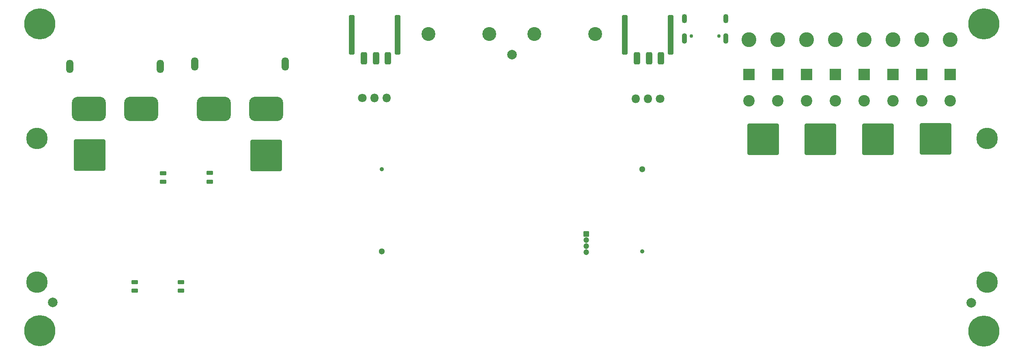
<source format=gbr>
%TF.GenerationSoftware,KiCad,Pcbnew,7.0.7*%
%TF.CreationDate,2024-04-13T02:06:32+02:00*%
%TF.ProjectId,smps_legged_robot,736d7073-5f6c-4656-9767-65645f726f62,1.0*%
%TF.SameCoordinates,PX7026f0PY568bc30*%
%TF.FileFunction,Soldermask,Bot*%
%TF.FilePolarity,Negative*%
%FSLAX46Y46*%
G04 Gerber Fmt 4.6, Leading zero omitted, Abs format (unit mm)*
G04 Created by KiCad (PCBNEW 7.0.7) date 2024-04-13 02:06:32*
%MOMM*%
%LPD*%
G01*
G04 APERTURE LIST*
G04 Aperture macros list*
%AMRoundRect*
0 Rectangle with rounded corners*
0 $1 Rounding radius*
0 $2 $3 $4 $5 $6 $7 $8 $9 X,Y pos of 4 corners*
0 Add a 4 corners polygon primitive as box body*
4,1,4,$2,$3,$4,$5,$6,$7,$8,$9,$2,$3,0*
0 Add four circle primitives for the rounded corners*
1,1,$1+$1,$2,$3*
1,1,$1+$1,$4,$5*
1,1,$1+$1,$6,$7*
1,1,$1+$1,$8,$9*
0 Add four rect primitives between the rounded corners*
20,1,$1+$1,$2,$3,$4,$5,0*
20,1,$1+$1,$4,$5,$6,$7,0*
20,1,$1+$1,$6,$7,$8,$9,0*
20,1,$1+$1,$8,$9,$2,$3,0*%
G04 Aperture macros list end*
%ADD10RoundRect,1.300000X2.250000X1.250000X-2.250000X1.250000X-2.250000X-1.250000X2.250000X-1.250000X0*%
%ADD11O,1.504000X2.804000*%
%ADD12RoundRect,0.375000X-2.925000X-2.925000X2.925000X-2.925000X2.925000X2.925000X-2.925000X2.925000X0*%
%ADD13C,3.100000*%
%ADD14RoundRect,0.050000X1.150000X1.150000X-1.150000X1.150000X-1.150000X-1.150000X1.150000X-1.150000X0*%
%ADD15C,2.400000*%
%ADD16C,0.800000*%
%ADD17C,4.500000*%
%ADD18C,0.900000*%
%ADD19C,6.500000*%
%ADD20C,1.800000*%
%ADD21O,1.800000X1.800000*%
%ADD22RoundRect,0.050000X0.550000X-0.550000X0.550000X0.550000X-0.550000X0.550000X-0.550000X-0.550000X0*%
%ADD23C,1.200000*%
%ADD24C,2.900000*%
%ADD25C,1.300000*%
%ADD26C,0.750000*%
%ADD27O,1.100000X2.200000*%
%ADD28O,1.100000X1.900000*%
%ADD29RoundRect,0.360000X-0.310000X-0.940000X0.310000X-0.940000X0.310000X0.940000X-0.310000X0.940000X0*%
%ADD30RoundRect,0.325000X-0.275000X-3.825000X0.275000X-3.825000X0.275000X3.825000X-0.275000X3.825000X0*%
%ADD31C,2.000000*%
%ADD32RoundRect,0.237500X-0.462500X0.187500X-0.462500X-0.187500X0.462500X-0.187500X0.462500X0.187500X0*%
G04 APERTURE END LIST*
D10*
%TO.C,J502*%
X65500000Y16600000D03*
X54600000Y16600000D03*
D11*
X50600000Y25500000D03*
X69500000Y25500000D03*
%TD*%
D12*
%TO.C,J304*%
X219300000Y10250000D03*
%TD*%
D13*
%TO.C,Molex_602*%
X228400000Y31100000D03*
D14*
X228400000Y23800000D03*
D15*
X228400000Y18300000D03*
%TD*%
D16*
%TO.C,H2101*%
X240410000Y10390000D03*
X240893274Y11556726D03*
X240893274Y9223274D03*
X242060000Y12040000D03*
D17*
X242060000Y10390000D03*
D16*
X242060000Y8740000D03*
X243226726Y11556726D03*
X243226726Y9223274D03*
X243710000Y10390000D03*
%TD*%
D18*
%TO.C,H2201*%
X42010000Y34340000D03*
X42712944Y36037056D03*
X42712944Y32642944D03*
X44410000Y36740000D03*
D19*
X44410000Y34340000D03*
D18*
X44410000Y31940000D03*
X46107056Y36037056D03*
X46107056Y32642944D03*
X46810000Y34340000D03*
%TD*%
D16*
%TO.C,H2103*%
X42110000Y10390000D03*
X42593274Y11556726D03*
X42593274Y9223274D03*
X43760000Y12040000D03*
D17*
X43760000Y10390000D03*
D16*
X43760000Y8740000D03*
X44926726Y11556726D03*
X44926726Y9223274D03*
X45410000Y10390000D03*
%TD*%
%TO.C,H2104*%
X42110000Y-19610000D03*
X42593274Y-18443274D03*
X42593274Y-20776726D03*
X43760000Y-17960000D03*
D17*
X43760000Y-19610000D03*
D16*
X43760000Y-21260000D03*
X44926726Y-18443274D03*
X44926726Y-20776726D03*
X45410000Y-19610000D03*
%TD*%
D18*
%TO.C,H2204*%
X239010000Y34340000D03*
X239712944Y36037056D03*
X239712944Y32642944D03*
X241410000Y36740000D03*
D19*
X241410000Y34340000D03*
D18*
X241410000Y31940000D03*
X243107056Y36037056D03*
X243107056Y32642944D03*
X243810000Y34340000D03*
%TD*%
D13*
%TO.C,Molex_604*%
X192400000Y31100000D03*
D14*
X192400000Y23800000D03*
D15*
X192400000Y18300000D03*
%TD*%
D10*
%TO.C,J501*%
X80700000Y16600000D03*
X91600000Y16600000D03*
D11*
X95600000Y26000000D03*
X76700000Y26000000D03*
%TD*%
D16*
%TO.C,H2102*%
X240410000Y-19610000D03*
X240893274Y-18443274D03*
X240893274Y-20776726D03*
X242060000Y-17960000D03*
D17*
X242060000Y-19610000D03*
D16*
X242060000Y-21260000D03*
X243226726Y-18443274D03*
X243226726Y-20776726D03*
X243710000Y-19610000D03*
%TD*%
D20*
%TO.C,J1109*%
X111705000Y18860000D03*
D21*
X114245000Y18860000D03*
X116785000Y18860000D03*
%TD*%
D20*
%TO.C,J1110*%
X173790000Y18746017D03*
D21*
X171250000Y18746017D03*
X168710000Y18746017D03*
%TD*%
D22*
%TO.C,J1701*%
X158445000Y-9605000D03*
D23*
X158445000Y-10855000D03*
X158445000Y-12105000D03*
X158445000Y-13355000D03*
%TD*%
D13*
%TO.C,Molex_601*%
X234400000Y31100000D03*
D14*
X234400000Y23800000D03*
D15*
X234400000Y18300000D03*
%TD*%
D13*
%TO.C,Molex_607*%
X222409250Y31100000D03*
D14*
X222409250Y23800000D03*
D15*
X222409250Y18300000D03*
%TD*%
D13*
%TO.C,Molex_605*%
X210400000Y31100000D03*
D14*
X210400000Y23800000D03*
D15*
X210400000Y18300000D03*
%TD*%
D24*
%TO.C,J1107*%
X147615000Y32280000D03*
X160315000Y32280000D03*
%TD*%
D12*
%TO.C,J303*%
X207300000Y10250000D03*
%TD*%
D24*
%TO.C,J1108*%
X125505000Y32280000D03*
X138205000Y32280000D03*
%TD*%
D13*
%TO.C,Molex_603*%
X198400000Y31100000D03*
D14*
X198400000Y23800000D03*
D15*
X198400000Y18300000D03*
%TD*%
D12*
%TO.C,J302*%
X195300000Y10250000D03*
%TD*%
D18*
%TO.C,H2203*%
X239010000Y-29860000D03*
X239712944Y-28162944D03*
X239712944Y-31557056D03*
X241410000Y-27460000D03*
D19*
X241410000Y-29860000D03*
D18*
X241410000Y-32260000D03*
X243107056Y-28162944D03*
X243107056Y-31557056D03*
X243810000Y-29860000D03*
%TD*%
%TO.C,J2501*%
X115760000Y3990000D03*
D25*
X115760000Y-13210000D03*
%TD*%
D12*
%TO.C,J301*%
X231300000Y10350000D03*
%TD*%
D13*
%TO.C,Molex_606*%
X204400000Y31100000D03*
D14*
X204400000Y23800000D03*
D15*
X204400000Y18300000D03*
%TD*%
D26*
%TO.C,J403*%
X186135000Y31800000D03*
X180355000Y31800000D03*
D27*
X187565000Y31300000D03*
D28*
X187565000Y35480000D03*
D27*
X178925000Y31300000D03*
D28*
X178925000Y35480000D03*
%TD*%
D18*
%TO.C,J1301*%
X170060000Y-13210000D03*
D25*
X170060000Y3990000D03*
%TD*%
D13*
%TO.C,Molex_608*%
X216400000Y31100000D03*
D14*
X216400000Y23800000D03*
D15*
X216400000Y18300000D03*
%TD*%
D18*
%TO.C,H2202*%
X42010000Y-29760000D03*
X42712944Y-28062944D03*
X42712944Y-31457056D03*
X44410000Y-27360000D03*
D19*
X44410000Y-29760000D03*
D18*
X44410000Y-32160000D03*
X46107056Y-28062944D03*
X46107056Y-31457056D03*
X46810000Y-29760000D03*
%TD*%
D12*
%TO.C,J306*%
X91650000Y6850000D03*
%TD*%
%TO.C,J305*%
X54750000Y6950000D03*
%TD*%
D29*
%TO.C,J1102*%
X117054999Y27160699D03*
X114554999Y27160699D03*
X112054999Y27160699D03*
D30*
X119024999Y32090699D03*
X109484999Y32090699D03*
%TD*%
D31*
%TO.C,FM2201*%
X47050000Y-23850000D03*
%TD*%
D32*
%TO.C,R1602*%
X64150000Y-19600000D03*
X64150000Y-21400000D03*
%TD*%
%TO.C,R1604*%
X73850000Y-19600000D03*
X73850000Y-21400000D03*
%TD*%
D31*
%TO.C,FM2205*%
X142910000Y27950000D03*
%TD*%
D29*
%TO.C,J1105*%
X174020000Y27165000D03*
X171520000Y27165000D03*
X169020000Y27165000D03*
D30*
X175990000Y32095000D03*
X166450000Y32095000D03*
%TD*%
D32*
%TO.C,R1603*%
X79850000Y3200000D03*
X79850000Y1400000D03*
%TD*%
%TO.C,R1601*%
X70150000Y3150000D03*
X70150000Y1350000D03*
%TD*%
D31*
%TO.C,FM2203*%
X238750000Y-23950000D03*
%TD*%
M02*

</source>
